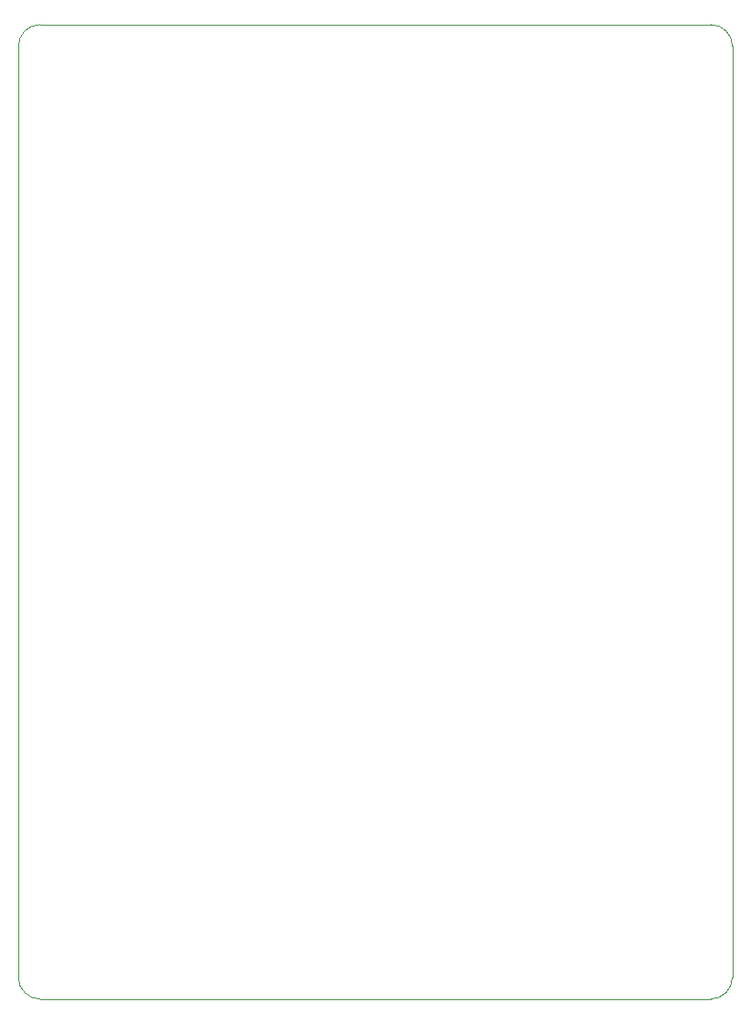
<source format=gbr>
%TF.GenerationSoftware,KiCad,Pcbnew,(6.0.1)*%
%TF.CreationDate,2023-11-16T23:02:11-08:00*%
%TF.ProjectId,CuGlock,4375476c-6f63-46b2-9e6b-696361645f70,1.0*%
%TF.SameCoordinates,Original*%
%TF.FileFunction,Profile,NP*%
%FSLAX46Y46*%
G04 Gerber Fmt 4.6, Leading zero omitted, Abs format (unit mm)*
G04 Created by KiCad (PCBNEW (6.0.1)) date 2023-11-16 23:02:11*
%MOMM*%
%LPD*%
G01*
G04 APERTURE LIST*
%TA.AperFunction,Profile*%
%ADD10C,0.100000*%
%TD*%
G04 APERTURE END LIST*
D10*
X113000000Y-140000000D02*
G75*
G03*
X115000000Y-142000000I2000000J0D01*
G01*
X177000000Y-142000000D02*
G75*
G03*
X179000000Y-140000000I0J2000000D01*
G01*
X179000000Y-54000000D02*
G75*
G03*
X177000000Y-52000000I-2000000J0D01*
G01*
X115000000Y-52000000D02*
G75*
G03*
X113000000Y-54000000I0J-2000000D01*
G01*
X113000000Y-140000000D02*
X113000000Y-54000000D01*
X115500000Y-142000000D02*
X115000000Y-142000000D01*
X177000000Y-142000000D02*
X115500000Y-142000000D01*
X179000000Y-54000000D02*
X179000000Y-140000000D01*
X115000000Y-52000000D02*
X177000000Y-52000000D01*
M02*

</source>
